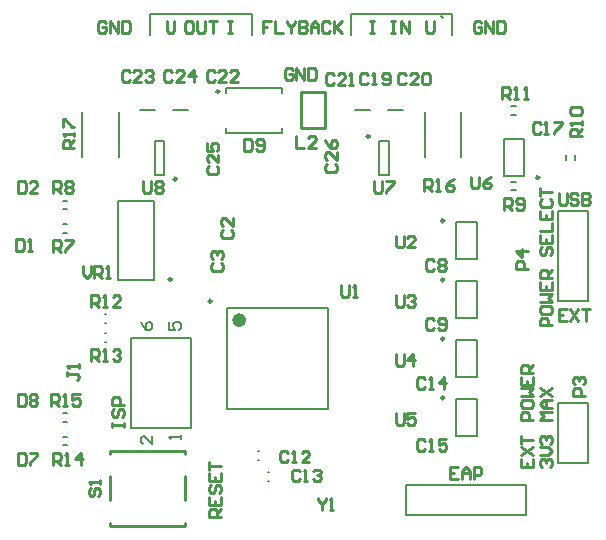
<source format=gto>
%FSLAX43Y43*%
%MOMM*%
G71*
G01*
G75*
G04 Layer_Color=65535*
%ADD10R,0.559X0.711*%
%ADD11R,3.650X2.050*%
%ADD12R,1.500X1.400*%
%ADD13R,0.800X0.900*%
%ADD14R,1.050X0.600*%
%ADD15R,3.300X1.100*%
%ADD16R,2.150X0.900*%
%ADD17R,2.150X3.200*%
%ADD18O,2.050X0.600*%
%ADD19O,0.600X2.050*%
%ADD20R,0.900X0.800*%
%ADD21R,1.250X1.950*%
%ADD22R,2.250X2.100*%
%ADD23O,1.550X0.250*%
%ADD24R,0.700X0.900*%
%ADD25R,0.900X0.700*%
%ADD26R,3.000X1.000*%
%ADD27R,0.900X1.000*%
%ADD28R,1.900X2.400*%
%ADD29R,1.900X2.300*%
%ADD30R,1.400X0.400*%
%ADD31C,0.400*%
%ADD32C,0.200*%
%ADD33C,1.500*%
%ADD34R,1.500X1.500*%
%ADD35R,1.500X1.500*%
%ADD36C,5.000*%
%ADD37C,0.600*%
%ADD38C,1.000*%
%ADD39R,0.450X0.900*%
%ADD40R,0.600X1.000*%
%ADD41R,3.300X1.400*%
%ADD42C,0.250*%
%ADD43C,0.600*%
%ADD44C,0.100*%
%ADD45C,0.254*%
%ADD46C,0.203*%
G54D32*
X29550Y36000D02*
X30850D01*
X14150D02*
X15450D01*
X12600Y30550D02*
X13400D01*
X12600Y33450D02*
X13400D01*
Y30550D02*
Y33450D01*
X12600Y30550D02*
Y33450D01*
X11350Y36000D02*
X12650D01*
X6450Y32100D02*
Y35900D01*
X9550Y32100D02*
Y35900D01*
X12550Y21650D02*
Y28350D01*
X9450Y21650D02*
Y28350D01*
Y21650D02*
X12550D01*
X9450Y28350D02*
X12550D01*
X18750Y10750D02*
Y19250D01*
X27250Y10750D02*
Y19250D01*
X18750D02*
X27250D01*
X18750Y10750D02*
X27250D01*
X18600Y37900D02*
X23400D01*
X18600Y34100D02*
X23400D01*
X18600Y37450D02*
Y37900D01*
X23400Y37450D02*
Y37900D01*
X18600Y34100D02*
Y34550D01*
X23400Y34100D02*
Y34550D01*
X31600Y33450D02*
X32400D01*
X31600Y30550D02*
X32400D01*
X31600D02*
Y33450D01*
X32400Y30550D02*
Y33450D01*
X32350Y36000D02*
X33650D01*
X38550Y32100D02*
Y35900D01*
X35450Y32100D02*
Y35900D01*
X42150Y33550D02*
X43850D01*
X42150Y30450D02*
X43850D01*
X42150D02*
Y33550D01*
X43850Y30450D02*
Y33550D01*
X42800Y36350D02*
X43200D01*
X42800Y35650D02*
X43200D01*
X48150Y31800D02*
Y32200D01*
X47450Y31800D02*
Y32200D01*
X38150Y8450D02*
X39850D01*
X38150Y11550D02*
X39850D01*
Y8450D02*
Y11550D01*
X38150Y8450D02*
Y11550D01*
Y13450D02*
X39850D01*
X38150Y16550D02*
X39850D01*
Y13450D02*
Y16550D01*
X38150Y13450D02*
Y16550D01*
Y18450D02*
X39850D01*
X38150Y21550D02*
X39850D01*
Y18450D02*
Y21550D01*
X38150Y18450D02*
Y21550D01*
Y23450D02*
X39850D01*
X38150Y26550D02*
X39850D01*
Y23450D02*
Y26550D01*
X38150Y23450D02*
Y26550D01*
X4800Y10350D02*
X5200D01*
X4800Y9650D02*
X5200D01*
X4800Y8350D02*
X5200D01*
X4800Y7650D02*
X5200D01*
X8350Y16400D02*
X8450D01*
X8350Y17200D02*
X8450D01*
X8350Y18000D02*
X8450D01*
X8350Y18800D02*
X8450D01*
X42800Y29250D02*
X43200D01*
X42800Y29950D02*
X43200D01*
X4800Y28350D02*
X5200D01*
X4800Y27650D02*
X5200D01*
X4800Y26350D02*
X5200D01*
X4800Y25650D02*
X5200D01*
X46730Y27470D02*
X49270D01*
Y19850D02*
Y27470D01*
X46730Y19850D02*
X49270D01*
X46730D02*
Y27470D01*
X49270Y6190D02*
Y11270D01*
X46730D02*
X49270D01*
X46730Y6190D02*
Y11270D01*
Y6190D02*
X49270D01*
X15670Y11882D02*
Y16750D01*
Y9130D02*
Y16750D01*
X10590Y9130D02*
Y16750D01*
Y9130D02*
X15670D01*
X10590Y16750D02*
X15670D01*
X33910Y1730D02*
Y4270D01*
X44070D01*
X33910Y1730D02*
X44070D01*
Y4270D01*
X22150Y4600D02*
X22250D01*
X22150Y5400D02*
X22250D01*
X21350Y6400D02*
X21450D01*
X21350Y7200D02*
X21450D01*
X36800Y44000D02*
X37000Y43800D01*
X12200Y42400D02*
Y44200D01*
X20800D01*
Y42400D02*
Y44200D01*
X29200Y42400D02*
Y44200D01*
X37800D01*
Y42400D02*
Y44200D01*
G54D42*
X14450Y30200D02*
G03*
X14450Y30200I-125J0D01*
G01*
X14050Y21700D02*
G03*
X14050Y21700I-125J0D01*
G01*
X17425Y19850D02*
G03*
X17425Y19850I-125J0D01*
G01*
X18075Y37600D02*
G03*
X18075Y37600I-125J0D01*
G01*
X30800Y33800D02*
G03*
X30800Y33800I-125J0D01*
G01*
X45150Y30325D02*
G03*
X45150Y30325I-125J0D01*
G01*
X37100Y11675D02*
G03*
X37100Y11675I-125J0D01*
G01*
Y16675D02*
G03*
X37100Y16675I-125J0D01*
G01*
Y21675D02*
G03*
X37100Y21675I-125J0D01*
G01*
Y26675D02*
G03*
X37100Y26675I-125J0D01*
G01*
G54D43*
X20050Y18250D02*
G03*
X20050Y18250I-300J0D01*
G01*
G54D44*
X17975Y29100D02*
G03*
X17975Y29100I-50J0D01*
G01*
G54D45*
X24984Y34476D02*
Y37524D01*
X27016D01*
Y34476D02*
Y37524D01*
X24984Y34476D02*
X27016D01*
X15150Y6946D02*
Y7150D01*
X8850Y6946D02*
Y7150D01*
X15150D01*
X8850Y2984D02*
Y5016D01*
X15150Y2984D02*
Y5016D01*
X8850Y850D02*
Y1054D01*
X15150Y850D02*
Y1054D01*
X8850Y850D02*
X15150D01*
X14066Y39233D02*
X13900Y39400D01*
X13567D01*
X13400Y39233D01*
Y38567D01*
X13567Y38400D01*
X13900D01*
X14066Y38567D01*
X15066Y38400D02*
X14400D01*
X15066Y39066D01*
Y39233D01*
X14900Y39400D01*
X14566D01*
X14400Y39233D01*
X15899Y38400D02*
Y39400D01*
X15399Y38900D01*
X16066D01*
X30666Y39033D02*
X30500Y39200D01*
X30167D01*
X30000Y39033D01*
Y38367D01*
X30167Y38200D01*
X30500D01*
X30666Y38367D01*
X31000Y38200D02*
X31333D01*
X31166D01*
Y39200D01*
X31000Y39033D01*
X31833Y38367D02*
X31999Y38200D01*
X32333D01*
X32499Y38367D01*
Y39033D01*
X32333Y39200D01*
X31999D01*
X31833Y39033D01*
Y38866D01*
X31999Y38700D01*
X32499D01*
X18367Y25866D02*
X18200Y25700D01*
Y25367D01*
X18367Y25200D01*
X19033D01*
X19200Y25367D01*
Y25700D01*
X19033Y25866D01*
X19200Y26866D02*
Y26200D01*
X18534Y26866D01*
X18367D01*
X18200Y26700D01*
Y26366D01*
X18367Y26200D01*
X17567Y23066D02*
X17400Y22900D01*
Y22567D01*
X17567Y22400D01*
X18233D01*
X18400Y22567D01*
Y22900D01*
X18233Y23066D01*
X17567Y23400D02*
X17400Y23566D01*
Y23900D01*
X17567Y24066D01*
X17734D01*
X17900Y23900D01*
Y23733D01*
Y23900D01*
X18067Y24066D01*
X18233D01*
X18400Y23900D01*
Y23566D01*
X18233Y23400D01*
X36266Y23233D02*
X36100Y23400D01*
X35767D01*
X35600Y23233D01*
Y22567D01*
X35767Y22400D01*
X36100D01*
X36266Y22567D01*
X36600Y23233D02*
X36766Y23400D01*
X37100D01*
X37266Y23233D01*
Y23066D01*
X37100Y22900D01*
X37266Y22733D01*
Y22567D01*
X37100Y22400D01*
X36766D01*
X36600Y22567D01*
Y22733D01*
X36766Y22900D01*
X36600Y23066D01*
Y23233D01*
X36766Y22900D02*
X37100D01*
X36266Y18233D02*
X36100Y18400D01*
X35767D01*
X35600Y18233D01*
Y17567D01*
X35767Y17400D01*
X36100D01*
X36266Y17567D01*
X36600D02*
X36766Y17400D01*
X37100D01*
X37266Y17567D01*
Y18233D01*
X37100Y18400D01*
X36766D01*
X36600Y18233D01*
Y18066D01*
X36766Y17900D01*
X37266D01*
X23866Y7033D02*
X23700Y7200D01*
X23367D01*
X23200Y7033D01*
Y6367D01*
X23367Y6200D01*
X23700D01*
X23866Y6367D01*
X24200Y6200D02*
X24533D01*
X24366D01*
Y7200D01*
X24200Y7033D01*
X25699Y6200D02*
X25033D01*
X25699Y6866D01*
Y7033D01*
X25533Y7200D01*
X25199D01*
X25033Y7033D01*
X24866Y5433D02*
X24700Y5600D01*
X24367D01*
X24200Y5433D01*
Y4767D01*
X24367Y4600D01*
X24700D01*
X24866Y4767D01*
X25200Y4600D02*
X25533D01*
X25366D01*
Y5600D01*
X25200Y5433D01*
X26033D02*
X26199Y5600D01*
X26533D01*
X26699Y5433D01*
Y5266D01*
X26533Y5100D01*
X26366D01*
X26533D01*
X26699Y4933D01*
Y4767D01*
X26533Y4600D01*
X26199D01*
X26033Y4767D01*
X35466Y13233D02*
X35300Y13400D01*
X34967D01*
X34800Y13233D01*
Y12567D01*
X34967Y12400D01*
X35300D01*
X35466Y12567D01*
X35800Y12400D02*
X36133D01*
X35966D01*
Y13400D01*
X35800Y13233D01*
X37133Y12400D02*
Y13400D01*
X36633Y12900D01*
X37299D01*
X35466Y8033D02*
X35300Y8200D01*
X34967D01*
X34800Y8033D01*
Y7367D01*
X34967Y7200D01*
X35300D01*
X35466Y7367D01*
X35800Y7200D02*
X36133D01*
X35966D01*
Y8200D01*
X35800Y8033D01*
X37299Y8200D02*
X36633D01*
Y7700D01*
X36966Y7866D01*
X37133D01*
X37299Y7700D01*
Y7367D01*
X37133Y7200D01*
X36799D01*
X36633Y7367D01*
X45266Y34833D02*
X45100Y35000D01*
X44767D01*
X44600Y34833D01*
Y34167D01*
X44767Y34000D01*
X45100D01*
X45266Y34167D01*
X45600Y34000D02*
X45933D01*
X45766D01*
Y35000D01*
X45600Y34833D01*
X46433Y35000D02*
X47099D01*
Y34833D01*
X46433Y34167D01*
Y34000D01*
X33866Y39033D02*
X33700Y39200D01*
X33367D01*
X33200Y39033D01*
Y38367D01*
X33367Y38200D01*
X33700D01*
X33866Y38367D01*
X34866Y38200D02*
X34200D01*
X34866Y38866D01*
Y39033D01*
X34700Y39200D01*
X34366D01*
X34200Y39033D01*
X35199D02*
X35366Y39200D01*
X35699D01*
X35866Y39033D01*
Y38367D01*
X35699Y38200D01*
X35366D01*
X35199Y38367D01*
Y39033D01*
X27748Y39016D02*
X27582Y39182D01*
X27249D01*
X27082Y39016D01*
Y38349D01*
X27249Y38183D01*
X27582D01*
X27748Y38349D01*
X28748Y38183D02*
X28082D01*
X28748Y38849D01*
Y39016D01*
X28581Y39182D01*
X28248D01*
X28082Y39016D01*
X29081Y38183D02*
X29415D01*
X29248D01*
Y39182D01*
X29081Y39016D01*
X17666Y39233D02*
X17500Y39400D01*
X17167D01*
X17000Y39233D01*
Y38567D01*
X17167Y38400D01*
X17500D01*
X17666Y38567D01*
X18666Y38400D02*
X18000D01*
X18666Y39066D01*
Y39233D01*
X18500Y39400D01*
X18166D01*
X18000Y39233D01*
X19666Y38400D02*
X18999D01*
X19666Y39066D01*
Y39233D01*
X19499Y39400D01*
X19166D01*
X18999Y39233D01*
X10466D02*
X10300Y39400D01*
X9967D01*
X9800Y39233D01*
Y38567D01*
X9967Y38400D01*
X10300D01*
X10466Y38567D01*
X11466Y38400D02*
X10800D01*
X11466Y39066D01*
Y39233D01*
X11300Y39400D01*
X10966D01*
X10800Y39233D01*
X11799D02*
X11966Y39400D01*
X12299D01*
X12466Y39233D01*
Y39066D01*
X12299Y38900D01*
X12133D01*
X12299D01*
X12466Y38733D01*
Y38567D01*
X12299Y38400D01*
X11966D01*
X11799Y38567D01*
X17167Y31266D02*
X17000Y31100D01*
Y30767D01*
X17167Y30600D01*
X17833D01*
X18000Y30767D01*
Y31100D01*
X17833Y31266D01*
X18000Y32266D02*
Y31600D01*
X17334Y32266D01*
X17167D01*
X17000Y32100D01*
Y31766D01*
X17167Y31600D01*
X17000Y33266D02*
Y32599D01*
X17500D01*
X17334Y32933D01*
Y33099D01*
X17500Y33266D01*
X17833D01*
X18000Y33099D01*
Y32766D01*
X17833Y32599D01*
X27167Y31466D02*
X27000Y31300D01*
Y30967D01*
X27167Y30800D01*
X27833D01*
X28000Y30967D01*
Y31300D01*
X27833Y31466D01*
X28000Y32466D02*
Y31800D01*
X27334Y32466D01*
X27167D01*
X27000Y32300D01*
Y31966D01*
X27167Y31800D01*
X27000Y33466D02*
X27167Y33133D01*
X27500Y32799D01*
X27833D01*
X28000Y32966D01*
Y33299D01*
X27833Y33466D01*
X27667D01*
X27500Y33299D01*
Y32799D01*
X850Y25100D02*
Y24100D01*
X1350D01*
X1516Y24267D01*
Y24933D01*
X1350Y25100D01*
X850D01*
X1850Y24100D02*
X2183D01*
X2016D01*
Y25100D01*
X1850Y24933D01*
X1000Y30000D02*
Y29000D01*
X1500D01*
X1666Y29167D01*
Y29833D01*
X1500Y30000D01*
X1000D01*
X2666Y29000D02*
X2000D01*
X2666Y29666D01*
Y29833D01*
X2500Y30000D01*
X2166D01*
X2000Y29833D01*
X1000Y7000D02*
Y6000D01*
X1500D01*
X1666Y6167D01*
Y6833D01*
X1500Y7000D01*
X1000D01*
X2000D02*
X2666D01*
Y6833D01*
X2000Y6167D01*
Y6000D01*
X1000Y12000D02*
Y11000D01*
X1500D01*
X1666Y11167D01*
Y11833D01*
X1500Y12000D01*
X1000D01*
X2000Y11833D02*
X2166Y12000D01*
X2500D01*
X2666Y11833D01*
Y11666D01*
X2500Y11500D01*
X2666Y11333D01*
Y11167D01*
X2500Y11000D01*
X2166D01*
X2000Y11167D01*
Y11333D01*
X2166Y11500D01*
X2000Y11666D01*
Y11833D01*
X2166Y11500D02*
X2500D01*
X20200Y33600D02*
Y32600D01*
X20700D01*
X20866Y32767D01*
Y33433D01*
X20700Y33600D01*
X20200D01*
X21200Y32767D02*
X21366Y32600D01*
X21700D01*
X21866Y32767D01*
Y33433D01*
X21700Y33600D01*
X21366D01*
X21200Y33433D01*
Y33266D01*
X21366Y33100D01*
X21866D01*
X24600Y33800D02*
Y32800D01*
X25266D01*
X26266D02*
X25600D01*
X26266Y33466D01*
Y33633D01*
X26100Y33800D01*
X25766D01*
X25600Y33633D01*
X49000Y11800D02*
X48000D01*
Y12300D01*
X48167Y12466D01*
X48500D01*
X48667Y12300D01*
Y11800D01*
X48167Y12800D02*
X48000Y12966D01*
Y13300D01*
X48167Y13466D01*
X48334D01*
X48500Y13300D01*
Y13133D01*
Y13300D01*
X48667Y13466D01*
X48833D01*
X49000Y13300D01*
Y12966D01*
X48833Y12800D01*
X44200Y22600D02*
X43200D01*
Y23100D01*
X43367Y23266D01*
X43700D01*
X43867Y23100D01*
Y22600D01*
X44200Y24100D02*
X43200D01*
X43700Y23600D01*
Y24266D01*
X4000Y24000D02*
Y25000D01*
X4500D01*
X4666Y24833D01*
Y24500D01*
X4500Y24333D01*
X4000D01*
X4333D02*
X4666Y24000D01*
X5000Y25000D02*
X5666D01*
Y24833D01*
X5000Y24167D01*
Y24000D01*
X4000Y29000D02*
Y30000D01*
X4500D01*
X4666Y29833D01*
Y29500D01*
X4500Y29333D01*
X4000D01*
X4333D02*
X4666Y29000D01*
X5000Y29833D02*
X5166Y30000D01*
X5500D01*
X5666Y29833D01*
Y29666D01*
X5500Y29500D01*
X5666Y29333D01*
Y29167D01*
X5500Y29000D01*
X5166D01*
X5000Y29167D01*
Y29333D01*
X5166Y29500D01*
X5000Y29666D01*
Y29833D01*
X5166Y29500D02*
X5500D01*
X42200Y27600D02*
Y28600D01*
X42700D01*
X42866Y28433D01*
Y28100D01*
X42700Y27933D01*
X42200D01*
X42533D02*
X42866Y27600D01*
X43200Y27767D02*
X43366Y27600D01*
X43700D01*
X43866Y27767D01*
Y28433D01*
X43700Y28600D01*
X43366D01*
X43200Y28433D01*
Y28266D01*
X43366Y28100D01*
X43866D01*
X48800Y33800D02*
X47800D01*
Y34300D01*
X47967Y34466D01*
X48300D01*
X48467Y34300D01*
Y33800D01*
Y34133D02*
X48800Y34466D01*
Y34800D02*
Y35133D01*
Y34966D01*
X47800D01*
X47967Y34800D01*
Y35633D02*
X47800Y35799D01*
Y36133D01*
X47967Y36299D01*
X48633D01*
X48800Y36133D01*
Y35799D01*
X48633Y35633D01*
X47967D01*
X42000Y37000D02*
Y38000D01*
X42500D01*
X42666Y37833D01*
Y37500D01*
X42500Y37333D01*
X42000D01*
X42333D02*
X42666Y37000D01*
X43000D02*
X43333D01*
X43166D01*
Y38000D01*
X43000Y37833D01*
X43833Y37000D02*
X44166D01*
X43999D01*
Y38000D01*
X43833Y37833D01*
X7200Y19400D02*
Y20400D01*
X7700D01*
X7866Y20233D01*
Y19900D01*
X7700Y19733D01*
X7200D01*
X7533D02*
X7866Y19400D01*
X8200D02*
X8533D01*
X8366D01*
Y20400D01*
X8200Y20233D01*
X9699Y19400D02*
X9033D01*
X9699Y20066D01*
Y20233D01*
X9533Y20400D01*
X9199D01*
X9033Y20233D01*
X7200Y14800D02*
Y15800D01*
X7700D01*
X7866Y15633D01*
Y15300D01*
X7700Y15133D01*
X7200D01*
X7533D02*
X7866Y14800D01*
X8200D02*
X8533D01*
X8366D01*
Y15800D01*
X8200Y15633D01*
X9033D02*
X9199Y15800D01*
X9533D01*
X9699Y15633D01*
Y15466D01*
X9533Y15300D01*
X9366D01*
X9533D01*
X9699Y15133D01*
Y14967D01*
X9533Y14800D01*
X9199D01*
X9033Y14967D01*
X4000Y6000D02*
Y7000D01*
X4500D01*
X4666Y6833D01*
Y6500D01*
X4500Y6333D01*
X4000D01*
X4333D02*
X4666Y6000D01*
X5000D02*
X5333D01*
X5166D01*
Y7000D01*
X5000Y6833D01*
X6333Y6000D02*
Y7000D01*
X5833Y6500D01*
X6499D01*
X3800Y11000D02*
Y12000D01*
X4300D01*
X4466Y11833D01*
Y11500D01*
X4300Y11333D01*
X3800D01*
X4133D02*
X4466Y11000D01*
X4800D02*
X5133D01*
X4966D01*
Y12000D01*
X4800Y11833D01*
X6299Y12000D02*
X5633D01*
Y11500D01*
X5966Y11666D01*
X6133D01*
X6299Y11500D01*
Y11167D01*
X6133Y11000D01*
X5799D01*
X5633Y11167D01*
X35400Y29200D02*
Y30200D01*
X35900D01*
X36066Y30033D01*
Y29700D01*
X35900Y29533D01*
X35400D01*
X35733D02*
X36066Y29200D01*
X36400D02*
X36733D01*
X36566D01*
Y30200D01*
X36400Y30033D01*
X37899Y30200D02*
X37566Y30033D01*
X37233Y29700D01*
Y29367D01*
X37399Y29200D01*
X37733D01*
X37899Y29367D01*
Y29533D01*
X37733Y29700D01*
X37233D01*
X5800Y32800D02*
X4800D01*
Y33300D01*
X4967Y33466D01*
X5300D01*
X5467Y33300D01*
Y32800D01*
Y33133D02*
X5800Y33466D01*
Y33800D02*
Y34133D01*
Y33966D01*
X4800D01*
X4967Y33800D01*
X4800Y34633D02*
Y35299D01*
X4967D01*
X5633Y34633D01*
X5800D01*
X7167Y4066D02*
X7000Y3900D01*
Y3567D01*
X7167Y3400D01*
X7334D01*
X7500Y3567D01*
Y3900D01*
X7667Y4066D01*
X7833D01*
X8000Y3900D01*
Y3567D01*
X7833Y3400D01*
X8000Y4400D02*
Y4733D01*
Y4566D01*
X7000D01*
X7167Y4400D01*
X28400Y21200D02*
Y20367D01*
X28567Y20200D01*
X28900D01*
X29066Y20367D01*
Y21200D01*
X29400Y20200D02*
X29733D01*
X29566D01*
Y21200D01*
X29400Y21033D01*
X33000Y25400D02*
Y24567D01*
X33167Y24400D01*
X33500D01*
X33666Y24567D01*
Y25400D01*
X34666Y24400D02*
X34000D01*
X34666Y25066D01*
Y25233D01*
X34500Y25400D01*
X34166D01*
X34000Y25233D01*
X33000Y20400D02*
Y19567D01*
X33167Y19400D01*
X33500D01*
X33666Y19567D01*
Y20400D01*
X34000Y20233D02*
X34166Y20400D01*
X34500D01*
X34666Y20233D01*
Y20066D01*
X34500Y19900D01*
X34333D01*
X34500D01*
X34666Y19733D01*
Y19567D01*
X34500Y19400D01*
X34166D01*
X34000Y19567D01*
X33000Y15400D02*
Y14567D01*
X33167Y14400D01*
X33500D01*
X33666Y14567D01*
Y15400D01*
X34500Y14400D02*
Y15400D01*
X34000Y14900D01*
X34666D01*
X33000Y10400D02*
Y9567D01*
X33167Y9400D01*
X33500D01*
X33666Y9567D01*
Y10400D01*
X34666D02*
X34000D01*
Y9900D01*
X34333Y10066D01*
X34500D01*
X34666Y9900D01*
Y9567D01*
X34500Y9400D01*
X34166D01*
X34000Y9567D01*
X39400Y30400D02*
Y29567D01*
X39567Y29400D01*
X39900D01*
X40066Y29567D01*
Y30400D01*
X41066D02*
X40733Y30233D01*
X40400Y29900D01*
Y29567D01*
X40566Y29400D01*
X40900D01*
X41066Y29567D01*
Y29733D01*
X40900Y29900D01*
X40400D01*
X31200Y30000D02*
Y29167D01*
X31367Y29000D01*
X31700D01*
X31866Y29167D01*
Y30000D01*
X32200D02*
X32866D01*
Y29833D01*
X32200Y29167D01*
Y29000D01*
X11600Y30000D02*
Y29167D01*
X11767Y29000D01*
X12100D01*
X12266Y29167D01*
Y30000D01*
X12600Y29833D02*
X12766Y30000D01*
X13100D01*
X13266Y29833D01*
Y29666D01*
X13100Y29500D01*
X13266Y29333D01*
Y29167D01*
X13100Y29000D01*
X12766D01*
X12600Y29167D01*
Y29333D01*
X12766Y29500D01*
X12600Y29666D01*
Y29833D01*
X12766Y29500D02*
X13100D01*
X6500Y22800D02*
Y22133D01*
X6833Y21800D01*
X7166Y22133D01*
Y22800D01*
X7500Y21800D02*
Y22800D01*
X8000D01*
X8166Y22633D01*
Y22300D01*
X8000Y22133D01*
X7500D01*
X7833D02*
X8166Y21800D01*
X8499D02*
X8833D01*
X8666D01*
Y22800D01*
X8499Y22633D01*
X5200Y13866D02*
Y13533D01*
Y13700D01*
X6033D01*
X6200Y13533D01*
Y13367D01*
X6033Y13200D01*
X6200Y14200D02*
Y14533D01*
Y14366D01*
X5200D01*
X5367Y14200D01*
X26400Y3200D02*
Y3033D01*
X26733Y2700D01*
X27066Y3033D01*
Y3200D01*
X26733Y2700D02*
Y2200D01*
X27400D02*
X27733D01*
X27566D01*
Y3200D01*
X27400Y3033D01*
X45367Y5800D02*
X45200Y5967D01*
Y6300D01*
X45367Y6466D01*
X45534D01*
X45700Y6300D01*
Y6133D01*
Y6300D01*
X45867Y6466D01*
X46033D01*
X46200Y6300D01*
Y5967D01*
X46033Y5800D01*
X45200Y6800D02*
X45867D01*
X46200Y7133D01*
X45867Y7466D01*
X45200D01*
X45367Y7799D02*
X45200Y7966D01*
Y8299D01*
X45367Y8466D01*
X45534D01*
X45700Y8299D01*
Y8133D01*
Y8299D01*
X45867Y8466D01*
X46033D01*
X46200Y8299D01*
Y7966D01*
X46033Y7799D01*
X46200Y9799D02*
X45200D01*
X45534Y10132D01*
X45200Y10465D01*
X46200D01*
Y10798D02*
X45534D01*
X45200Y11132D01*
X45534Y11465D01*
X46200D01*
X45700D01*
Y10798D01*
X45200Y11798D02*
X46200Y12465D01*
X45200D02*
X46200Y11798D01*
X18200Y1600D02*
X17200D01*
Y2100D01*
X17367Y2266D01*
X17700D01*
X17867Y2100D01*
Y1600D01*
Y1933D02*
X18200Y2266D01*
X17200Y3266D02*
Y2600D01*
X18200D01*
Y3266D01*
X17700Y2600D02*
Y2933D01*
X17367Y4266D02*
X17200Y4099D01*
Y3766D01*
X17367Y3599D01*
X17534D01*
X17700Y3766D01*
Y4099D01*
X17867Y4266D01*
X18033D01*
X18200Y4099D01*
Y3766D01*
X18033Y3599D01*
X17200Y5265D02*
Y4599D01*
X18200D01*
Y5265D01*
X17700Y4599D02*
Y4932D01*
X17200Y5599D02*
Y6265D01*
Y5932D01*
X18200D01*
X38266Y5800D02*
X37600D01*
Y4800D01*
X38266D01*
X37600Y5300D02*
X37933D01*
X38600Y4800D02*
Y5466D01*
X38933Y5800D01*
X39266Y5466D01*
Y4800D01*
Y5300D01*
X38600D01*
X39599Y4800D02*
Y5800D01*
X40099D01*
X40266Y5633D01*
Y5300D01*
X40099Y5133D01*
X39599D01*
X43600Y6466D02*
Y5800D01*
X44600D01*
Y6466D01*
X44100Y5800D02*
Y6133D01*
X43600Y6800D02*
X44600Y7466D01*
X43600D02*
X44600Y6800D01*
X43600Y7799D02*
Y8466D01*
Y8133D01*
X44600D01*
Y9799D02*
X43600D01*
Y10299D01*
X43767Y10465D01*
X44100D01*
X44267Y10299D01*
Y9799D01*
X43600Y11298D02*
Y10965D01*
X43767Y10798D01*
X44433D01*
X44600Y10965D01*
Y11298D01*
X44433Y11465D01*
X43767D01*
X43600Y11298D01*
Y11798D02*
X44600D01*
X44267Y12131D01*
X44600Y12465D01*
X43600D01*
Y13464D02*
Y12798D01*
X44600D01*
Y13464D01*
X44100Y12798D02*
Y13131D01*
X44600Y13797D02*
X43600D01*
Y14297D01*
X43767Y14464D01*
X44100D01*
X44267Y14297D01*
Y13797D01*
Y14131D02*
X44600Y14464D01*
X46200Y17800D02*
X45200D01*
Y18300D01*
X45367Y18466D01*
X45700D01*
X45867Y18300D01*
Y17800D01*
X45200Y19300D02*
Y18966D01*
X45367Y18800D01*
X46033D01*
X46200Y18966D01*
Y19300D01*
X46033Y19466D01*
X45367D01*
X45200Y19300D01*
Y19799D02*
X46200D01*
X45867Y20133D01*
X46200Y20466D01*
X45200D01*
Y21465D02*
Y20799D01*
X46200D01*
Y21465D01*
X45700Y20799D02*
Y21132D01*
X46200Y21799D02*
X45200D01*
Y22299D01*
X45367Y22465D01*
X45700D01*
X45867Y22299D01*
Y21799D01*
Y22132D02*
X46200Y22465D01*
X45367Y24465D02*
X45200Y24298D01*
Y23965D01*
X45367Y23798D01*
X45534D01*
X45700Y23965D01*
Y24298D01*
X45867Y24465D01*
X46033D01*
X46200Y24298D01*
Y23965D01*
X46033Y23798D01*
X45200Y25464D02*
Y24798D01*
X46200D01*
Y25464D01*
X45700Y24798D02*
Y25131D01*
X45200Y25797D02*
X46200D01*
Y26464D01*
X45200Y27464D02*
Y26797D01*
X46200D01*
Y27464D01*
X45700Y26797D02*
Y27130D01*
X45367Y28463D02*
X45200Y28297D01*
Y27963D01*
X45367Y27797D01*
X46033D01*
X46200Y27963D01*
Y28297D01*
X46033Y28463D01*
X45200Y28796D02*
Y29463D01*
Y29130D01*
X46200D01*
X9000Y9200D02*
Y9533D01*
Y9367D01*
X10000D01*
Y9200D01*
Y9533D01*
X9167Y10700D02*
X9000Y10533D01*
Y10200D01*
X9167Y10033D01*
X9334D01*
X9500Y10200D01*
Y10533D01*
X9667Y10700D01*
X9833D01*
X10000Y10533D01*
Y10200D01*
X9833Y10033D01*
X10000Y11033D02*
X9000D01*
Y11533D01*
X9167Y11699D01*
X9500D01*
X9667Y11533D01*
Y11033D01*
X46800Y29000D02*
Y28167D01*
X46967Y28000D01*
X47300D01*
X47466Y28167D01*
Y29000D01*
X48466Y28833D02*
X48300Y29000D01*
X47966D01*
X47800Y28833D01*
Y28666D01*
X47966Y28500D01*
X48300D01*
X48466Y28333D01*
Y28167D01*
X48300Y28000D01*
X47966D01*
X47800Y28167D01*
X48799Y29000D02*
Y28000D01*
X49299D01*
X49466Y28167D01*
Y28333D01*
X49299Y28500D01*
X48799D01*
X49299D01*
X49466Y28666D01*
Y28833D01*
X49299Y29000D01*
X48799D01*
X47466Y19200D02*
X46800D01*
Y18200D01*
X47466D01*
X46800Y18700D02*
X47133D01*
X47800Y19200D02*
X48466Y18200D01*
Y19200D02*
X47800Y18200D01*
X48799Y19200D02*
X49466D01*
X49133D01*
Y18200D01*
X8466Y43433D02*
X8300Y43600D01*
X7967D01*
X7800Y43433D01*
Y42767D01*
X7967Y42600D01*
X8300D01*
X8466Y42767D01*
Y43100D01*
X8133D01*
X8800Y42600D02*
Y43600D01*
X9466Y42600D01*
Y43600D01*
X9799D02*
Y42600D01*
X10299D01*
X10466Y42767D01*
Y43433D01*
X10299Y43600D01*
X9799D01*
X18800D02*
X19133D01*
X18967D01*
Y42600D01*
X18800D01*
X19133D01*
X32600Y43600D02*
X32933D01*
X32767D01*
Y42600D01*
X32600D01*
X32933D01*
X33433D02*
Y43600D01*
X34100Y42600D01*
Y43600D01*
X15700Y43600D02*
X15367D01*
X15200Y43433D01*
Y42767D01*
X15367Y42600D01*
X15700D01*
X15866Y42767D01*
Y43433D01*
X15700Y43600D01*
X16200D02*
Y42767D01*
X16366Y42600D01*
X16700D01*
X16866Y42767D01*
Y43600D01*
X17199D02*
X17866D01*
X17533D01*
Y42600D01*
X30800Y43600D02*
X31133D01*
X30967D01*
Y42600D01*
X30800D01*
X31133D01*
X22466Y43600D02*
X21800D01*
Y43100D01*
X22133D01*
X21800D01*
Y42600D01*
X22800Y43600D02*
Y42600D01*
X23466D01*
X23799Y43600D02*
Y43433D01*
X24133Y43100D01*
X24466Y43433D01*
Y43600D01*
X24133Y43100D02*
Y42600D01*
X24799Y43600D02*
Y42600D01*
X25299D01*
X25465Y42767D01*
Y42933D01*
X25299Y43100D01*
X24799D01*
X25299D01*
X25465Y43266D01*
Y43433D01*
X25299Y43600D01*
X24799D01*
X25799Y42600D02*
Y43266D01*
X26132Y43600D01*
X26465Y43266D01*
Y42600D01*
Y43100D01*
X25799D01*
X27465Y43433D02*
X27298Y43600D01*
X26965D01*
X26798Y43433D01*
Y42767D01*
X26965Y42600D01*
X27298D01*
X27465Y42767D01*
X27798Y43600D02*
Y42600D01*
Y42933D01*
X28465Y43600D01*
X27965Y43100D01*
X28465Y42600D01*
X24266Y39433D02*
X24100Y39600D01*
X23767D01*
X23600Y39433D01*
Y38767D01*
X23767Y38600D01*
X24100D01*
X24266Y38767D01*
Y39100D01*
X23933D01*
X24600Y38600D02*
Y39600D01*
X25266Y38600D01*
Y39600D01*
X25599D02*
Y38600D01*
X26099D01*
X26266Y38767D01*
Y39433D01*
X26099Y39600D01*
X25599D01*
X40266Y43433D02*
X40100Y43600D01*
X39767D01*
X39600Y43433D01*
Y42767D01*
X39767Y42600D01*
X40100D01*
X40266Y42767D01*
Y43100D01*
X39933D01*
X40600Y42600D02*
Y43600D01*
X41266Y42600D01*
Y43600D01*
X41599D02*
Y42600D01*
X42099D01*
X42266Y42767D01*
Y43433D01*
X42099Y43600D01*
X41599D01*
X13600D02*
Y42767D01*
X13767Y42600D01*
X14100D01*
X14266Y42767D01*
Y43600D01*
X35600D02*
Y42767D01*
X35767Y42600D01*
X36100D01*
X36266Y42767D01*
Y43600D01*
G54D46*
X14800Y8200D02*
Y8533D01*
Y8367D01*
X13800D01*
X13967Y8200D01*
X12400Y8466D02*
Y7800D01*
X11734Y8466D01*
X11567D01*
X11400Y8300D01*
Y7967D01*
X11567Y7800D01*
X13800Y18066D02*
Y17400D01*
X14300D01*
X14134Y17733D01*
Y17900D01*
X14300Y18066D01*
X14633D01*
X14800Y17900D01*
Y17567D01*
X14633Y17400D01*
X11400Y18066D02*
X11567Y17733D01*
X11900Y17400D01*
X12233D01*
X12400Y17567D01*
Y17900D01*
X12233Y18066D01*
X12067D01*
X11900Y17900D01*
Y17400D01*
M02*

</source>
